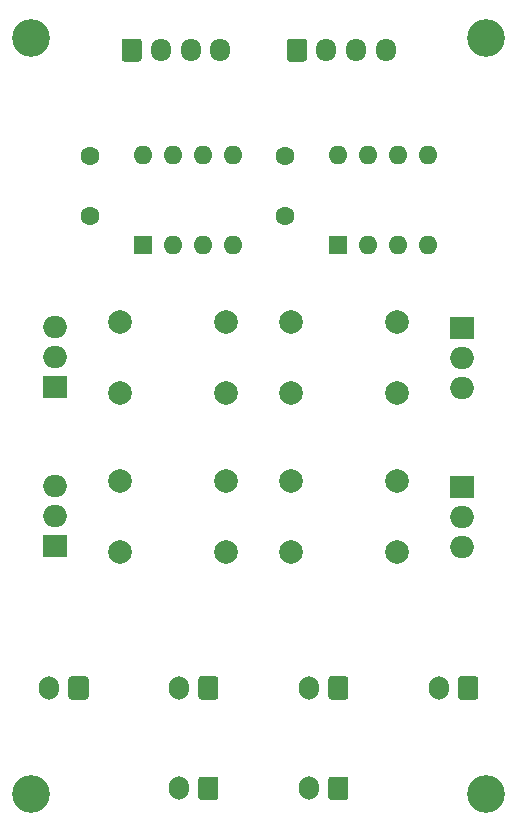
<source format=gbr>
G04 #@! TF.GenerationSoftware,KiCad,Pcbnew,(5.1.7)-1*
G04 #@! TF.CreationDate,2020-12-19T16:34:15+02:00*
G04 #@! TF.ProjectId,hp_led_switch,68705f6c-6564-45f7-9377-697463682e6b,rev?*
G04 #@! TF.SameCoordinates,Original*
G04 #@! TF.FileFunction,Soldermask,Top*
G04 #@! TF.FilePolarity,Negative*
%FSLAX46Y46*%
G04 Gerber Fmt 4.6, Leading zero omitted, Abs format (unit mm)*
G04 Created by KiCad (PCBNEW (5.1.7)-1) date 2020-12-19 16:34:15*
%MOMM*%
%LPD*%
G01*
G04 APERTURE LIST*
%ADD10C,2.000000*%
%ADD11C,1.600000*%
%ADD12O,2.000000X1.905000*%
%ADD13R,2.000000X1.905000*%
%ADD14O,1.600000X1.600000*%
%ADD15R,1.600000X1.600000*%
%ADD16O,1.700000X2.000000*%
%ADD17C,3.200000*%
%ADD18O,1.700000X1.950000*%
G04 APERTURE END LIST*
D10*
X144000000Y-74500000D03*
X135000000Y-74500000D03*
D11*
X149000000Y-47000000D03*
X149000000Y-52000000D03*
D10*
X158500000Y-67000000D03*
X149500000Y-67000000D03*
D11*
X132500000Y-47000000D03*
X132500000Y-52000000D03*
D12*
X164000000Y-80080000D03*
X164000000Y-77540000D03*
D13*
X164000000Y-75000000D03*
D10*
X135000000Y-67000000D03*
X144000000Y-67000000D03*
X158500000Y-80500000D03*
X149500000Y-80500000D03*
X135000000Y-80500000D03*
X144000000Y-80500000D03*
D12*
X164000000Y-66580000D03*
X164000000Y-64040000D03*
D13*
X164000000Y-61500000D03*
D12*
X129500000Y-61420000D03*
X129500000Y-63960000D03*
D13*
X129500000Y-66500000D03*
D12*
X129500000Y-74920000D03*
X129500000Y-77460000D03*
D13*
X129500000Y-80000000D03*
D14*
X137000000Y-46880000D03*
X144620000Y-54500000D03*
X139540000Y-46880000D03*
X142080000Y-54500000D03*
X142080000Y-46880000D03*
X139540000Y-54500000D03*
X144620000Y-46880000D03*
D15*
X137000000Y-54500000D03*
D14*
X153500000Y-46880000D03*
X161120000Y-54500000D03*
X156040000Y-46880000D03*
X158580000Y-54500000D03*
X158580000Y-46880000D03*
X156040000Y-54500000D03*
X161120000Y-46880000D03*
D15*
X153500000Y-54500000D03*
D16*
X151000000Y-100500000D03*
G36*
G01*
X154350000Y-99750000D02*
X154350000Y-101250000D01*
G75*
G02*
X154100000Y-101500000I-250000J0D01*
G01*
X152900000Y-101500000D01*
G75*
G02*
X152650000Y-101250000I0J250000D01*
G01*
X152650000Y-99750000D01*
G75*
G02*
X152900000Y-99500000I250000J0D01*
G01*
X154100000Y-99500000D01*
G75*
G02*
X154350000Y-99750000I0J-250000D01*
G01*
G37*
G36*
G01*
X165350000Y-91250000D02*
X165350000Y-92750000D01*
G75*
G02*
X165100000Y-93000000I-250000J0D01*
G01*
X163900000Y-93000000D01*
G75*
G02*
X163650000Y-92750000I0J250000D01*
G01*
X163650000Y-91250000D01*
G75*
G02*
X163900000Y-91000000I250000J0D01*
G01*
X165100000Y-91000000D01*
G75*
G02*
X165350000Y-91250000I0J-250000D01*
G01*
G37*
X162000000Y-92000000D03*
D17*
X166000000Y-37000000D03*
X166000000Y-101000000D03*
X127500000Y-101000000D03*
X127500000Y-37000000D03*
D10*
X149500000Y-74500000D03*
X158500000Y-74500000D03*
X144000000Y-61000000D03*
X135000000Y-61000000D03*
X149500000Y-61000000D03*
X158500000Y-61000000D03*
D16*
X140000000Y-100500000D03*
G36*
G01*
X143350000Y-99750000D02*
X143350000Y-101250000D01*
G75*
G02*
X143100000Y-101500000I-250000J0D01*
G01*
X141900000Y-101500000D01*
G75*
G02*
X141650000Y-101250000I0J250000D01*
G01*
X141650000Y-99750000D01*
G75*
G02*
X141900000Y-99500000I250000J0D01*
G01*
X143100000Y-99500000D01*
G75*
G02*
X143350000Y-99750000I0J-250000D01*
G01*
G37*
G36*
G01*
X143350000Y-91250000D02*
X143350000Y-92750000D01*
G75*
G02*
X143100000Y-93000000I-250000J0D01*
G01*
X141900000Y-93000000D01*
G75*
G02*
X141650000Y-92750000I0J250000D01*
G01*
X141650000Y-91250000D01*
G75*
G02*
X141900000Y-91000000I250000J0D01*
G01*
X143100000Y-91000000D01*
G75*
G02*
X143350000Y-91250000I0J-250000D01*
G01*
G37*
X140000000Y-92000000D03*
G36*
G01*
X154350000Y-91250000D02*
X154350000Y-92750000D01*
G75*
G02*
X154100000Y-93000000I-250000J0D01*
G01*
X152900000Y-93000000D01*
G75*
G02*
X152650000Y-92750000I0J250000D01*
G01*
X152650000Y-91250000D01*
G75*
G02*
X152900000Y-91000000I250000J0D01*
G01*
X154100000Y-91000000D01*
G75*
G02*
X154350000Y-91250000I0J-250000D01*
G01*
G37*
X151000000Y-92000000D03*
G36*
G01*
X132350000Y-91250000D02*
X132350000Y-92750000D01*
G75*
G02*
X132100000Y-93000000I-250000J0D01*
G01*
X130900000Y-93000000D01*
G75*
G02*
X130650000Y-92750000I0J250000D01*
G01*
X130650000Y-91250000D01*
G75*
G02*
X130900000Y-91000000I250000J0D01*
G01*
X132100000Y-91000000D01*
G75*
G02*
X132350000Y-91250000I0J-250000D01*
G01*
G37*
X129000000Y-92000000D03*
D18*
X157500000Y-38000000D03*
X155000000Y-38000000D03*
X152500000Y-38000000D03*
G36*
G01*
X149150000Y-38725000D02*
X149150000Y-37275000D01*
G75*
G02*
X149400000Y-37025000I250000J0D01*
G01*
X150600000Y-37025000D01*
G75*
G02*
X150850000Y-37275000I0J-250000D01*
G01*
X150850000Y-38725000D01*
G75*
G02*
X150600000Y-38975000I-250000J0D01*
G01*
X149400000Y-38975000D01*
G75*
G02*
X149150000Y-38725000I0J250000D01*
G01*
G37*
X143500000Y-38000000D03*
X141000000Y-38000000D03*
X138500000Y-38000000D03*
G36*
G01*
X135150000Y-38725000D02*
X135150000Y-37275000D01*
G75*
G02*
X135400000Y-37025000I250000J0D01*
G01*
X136600000Y-37025000D01*
G75*
G02*
X136850000Y-37275000I0J-250000D01*
G01*
X136850000Y-38725000D01*
G75*
G02*
X136600000Y-38975000I-250000J0D01*
G01*
X135400000Y-38975000D01*
G75*
G02*
X135150000Y-38725000I0J250000D01*
G01*
G37*
M02*

</source>
